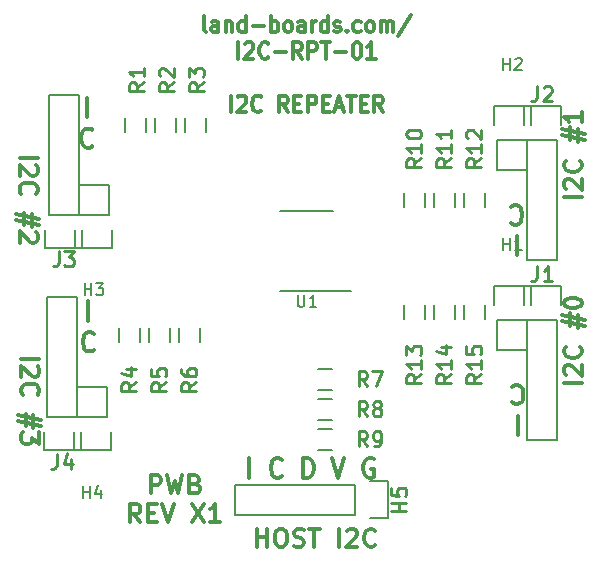
<source format=gto>
G04 #@! TF.FileFunction,Legend,Top*
%FSLAX46Y46*%
G04 Gerber Fmt 4.6, Leading zero omitted, Abs format (unit mm)*
G04 Created by KiCad (PCBNEW (after 2015-mar-04 BZR unknown)-product) date 7/30/2015 12:56:56 PM*
%MOMM*%
G01*
G04 APERTURE LIST*
%ADD10C,0.150000*%
%ADD11C,0.304800*%
%ADD12C,0.254000*%
G04 APERTURE END LIST*
D10*
D11*
X197866000Y-100865819D02*
X197866000Y-102516819D01*
X197394286Y-98406857D02*
X197466857Y-98328238D01*
X197684571Y-98249619D01*
X197829714Y-98249619D01*
X198047429Y-98328238D01*
X198192571Y-98485476D01*
X198265143Y-98642714D01*
X198337714Y-98957190D01*
X198337714Y-99193048D01*
X198265143Y-99507524D01*
X198192571Y-99664762D01*
X198047429Y-99822000D01*
X197829714Y-99900619D01*
X197684571Y-99900619D01*
X197466857Y-99822000D01*
X197394286Y-99743381D01*
X197967600Y-116080419D02*
X197967600Y-117731419D01*
X197495886Y-113621457D02*
X197568457Y-113542838D01*
X197786171Y-113464219D01*
X197931314Y-113464219D01*
X198149029Y-113542838D01*
X198294171Y-113700076D01*
X198366743Y-113857314D01*
X198439314Y-114171790D01*
X198439314Y-114407648D01*
X198366743Y-114722124D01*
X198294171Y-114879362D01*
X198149029Y-115036600D01*
X197931314Y-115115219D01*
X197786171Y-115115219D01*
X197568457Y-115036600D01*
X197495886Y-114957981D01*
X161594800Y-108023781D02*
X161594800Y-106372781D01*
X162066514Y-110482743D02*
X161993943Y-110561362D01*
X161776229Y-110639981D01*
X161631086Y-110639981D01*
X161413371Y-110561362D01*
X161268229Y-110404124D01*
X161195657Y-110246886D01*
X161123086Y-109932410D01*
X161123086Y-109696552D01*
X161195657Y-109382076D01*
X161268229Y-109224838D01*
X161413371Y-109067600D01*
X161631086Y-108988981D01*
X161776229Y-108988981D01*
X161993943Y-109067600D01*
X162066514Y-109146219D01*
X161467800Y-90802581D02*
X161467800Y-89151581D01*
X161939514Y-93261543D02*
X161866943Y-93340162D01*
X161649229Y-93418781D01*
X161504086Y-93418781D01*
X161286371Y-93340162D01*
X161141229Y-93182924D01*
X161068657Y-93025686D01*
X160996086Y-92711210D01*
X160996086Y-92475352D01*
X161068657Y-92160876D01*
X161141229Y-92003638D01*
X161286371Y-91846400D01*
X161504086Y-91767781D01*
X161649229Y-91767781D01*
X161866943Y-91846400D01*
X161939514Y-91925019D01*
X175230971Y-121320681D02*
X175230971Y-119669681D01*
X177988685Y-121163443D02*
X177916114Y-121242062D01*
X177698400Y-121320681D01*
X177553257Y-121320681D01*
X177335542Y-121242062D01*
X177190400Y-121084824D01*
X177117828Y-120927586D01*
X177045257Y-120613110D01*
X177045257Y-120377252D01*
X177117828Y-120062776D01*
X177190400Y-119905538D01*
X177335542Y-119748300D01*
X177553257Y-119669681D01*
X177698400Y-119669681D01*
X177916114Y-119748300D01*
X177988685Y-119826919D01*
X179802971Y-121320681D02*
X179802971Y-119669681D01*
X180165828Y-119669681D01*
X180383543Y-119748300D01*
X180528685Y-119905538D01*
X180601257Y-120062776D01*
X180673828Y-120377252D01*
X180673828Y-120613110D01*
X180601257Y-120927586D01*
X180528685Y-121084824D01*
X180383543Y-121242062D01*
X180165828Y-121320681D01*
X179802971Y-121320681D01*
X182270400Y-119669681D02*
X182778400Y-121320681D01*
X183286400Y-119669681D01*
X185753829Y-119748300D02*
X185608686Y-119669681D01*
X185390972Y-119669681D01*
X185173257Y-119748300D01*
X185028115Y-119905538D01*
X184955543Y-120062776D01*
X184882972Y-120377252D01*
X184882972Y-120613110D01*
X184955543Y-120927586D01*
X185028115Y-121084824D01*
X185173257Y-121242062D01*
X185390972Y-121320681D01*
X185536115Y-121320681D01*
X185753829Y-121242062D01*
X185826400Y-121163443D01*
X185826400Y-120613110D01*
X185536115Y-120613110D01*
X203381429Y-113284000D02*
X201857429Y-113284000D01*
X202002571Y-112630857D02*
X201930000Y-112558286D01*
X201857429Y-112413143D01*
X201857429Y-112050286D01*
X201930000Y-111905143D01*
X202002571Y-111832572D01*
X202147714Y-111760000D01*
X202292857Y-111760000D01*
X202510571Y-111832572D01*
X203381429Y-112703429D01*
X203381429Y-111760000D01*
X203236286Y-110236000D02*
X203308857Y-110308571D01*
X203381429Y-110526285D01*
X203381429Y-110671428D01*
X203308857Y-110889143D01*
X203163714Y-111034285D01*
X203018571Y-111106857D01*
X202728286Y-111179428D01*
X202510571Y-111179428D01*
X202220286Y-111106857D01*
X202075143Y-111034285D01*
X201930000Y-110889143D01*
X201857429Y-110671428D01*
X201857429Y-110526285D01*
X201930000Y-110308571D01*
X202002571Y-110236000D01*
X202365429Y-108494285D02*
X202365429Y-107405714D01*
X201712286Y-108058857D02*
X203671714Y-108494285D01*
X203018571Y-107550857D02*
X203018571Y-108639428D01*
X203671714Y-107986285D02*
X201712286Y-107550857D01*
X201857429Y-106607428D02*
X201857429Y-106462285D01*
X201930000Y-106317142D01*
X202002571Y-106244571D01*
X202147714Y-106172000D01*
X202438000Y-106099428D01*
X202800857Y-106099428D01*
X203091143Y-106172000D01*
X203236286Y-106244571D01*
X203308857Y-106317142D01*
X203381429Y-106462285D01*
X203381429Y-106607428D01*
X203308857Y-106752571D01*
X203236286Y-106825142D01*
X203091143Y-106897714D01*
X202800857Y-106970285D01*
X202438000Y-106970285D01*
X202147714Y-106897714D01*
X202002571Y-106825142D01*
X201930000Y-106752571D01*
X201857429Y-106607428D01*
X203381429Y-97536000D02*
X201857429Y-97536000D01*
X202002571Y-96882857D02*
X201930000Y-96810286D01*
X201857429Y-96665143D01*
X201857429Y-96302286D01*
X201930000Y-96157143D01*
X202002571Y-96084572D01*
X202147714Y-96012000D01*
X202292857Y-96012000D01*
X202510571Y-96084572D01*
X203381429Y-96955429D01*
X203381429Y-96012000D01*
X203236286Y-94488000D02*
X203308857Y-94560571D01*
X203381429Y-94778285D01*
X203381429Y-94923428D01*
X203308857Y-95141143D01*
X203163714Y-95286285D01*
X203018571Y-95358857D01*
X202728286Y-95431428D01*
X202510571Y-95431428D01*
X202220286Y-95358857D01*
X202075143Y-95286285D01*
X201930000Y-95141143D01*
X201857429Y-94923428D01*
X201857429Y-94778285D01*
X201930000Y-94560571D01*
X202002571Y-94488000D01*
X202365429Y-92746285D02*
X202365429Y-91657714D01*
X201712286Y-92310857D02*
X203671714Y-92746285D01*
X203018571Y-91802857D02*
X203018571Y-92891428D01*
X203671714Y-92238285D02*
X201712286Y-91802857D01*
X203381429Y-90351428D02*
X203381429Y-91222285D01*
X203381429Y-90786857D02*
X201857429Y-90786857D01*
X202075143Y-90932000D01*
X202220286Y-91077142D01*
X202292857Y-91222285D01*
X155774571Y-94234000D02*
X157298571Y-94234000D01*
X157153429Y-94887143D02*
X157226000Y-94959714D01*
X157298571Y-95104857D01*
X157298571Y-95467714D01*
X157226000Y-95612857D01*
X157153429Y-95685428D01*
X157008286Y-95758000D01*
X156863143Y-95758000D01*
X156645429Y-95685428D01*
X155774571Y-94814571D01*
X155774571Y-95758000D01*
X155919714Y-97282000D02*
X155847143Y-97209429D01*
X155774571Y-96991715D01*
X155774571Y-96846572D01*
X155847143Y-96628857D01*
X155992286Y-96483715D01*
X156137429Y-96411143D01*
X156427714Y-96338572D01*
X156645429Y-96338572D01*
X156935714Y-96411143D01*
X157080857Y-96483715D01*
X157226000Y-96628857D01*
X157298571Y-96846572D01*
X157298571Y-96991715D01*
X157226000Y-97209429D01*
X157153429Y-97282000D01*
X156790571Y-99023715D02*
X156790571Y-100112286D01*
X157443714Y-99459143D02*
X155484286Y-99023715D01*
X156137429Y-99967143D02*
X156137429Y-98878572D01*
X155484286Y-99531715D02*
X157443714Y-99967143D01*
X157153429Y-100547715D02*
X157226000Y-100620286D01*
X157298571Y-100765429D01*
X157298571Y-101128286D01*
X157226000Y-101273429D01*
X157153429Y-101346000D01*
X157008286Y-101418572D01*
X156863143Y-101418572D01*
X156645429Y-101346000D01*
X155774571Y-100475143D01*
X155774571Y-101418572D01*
X175876857Y-127181429D02*
X175876857Y-125657429D01*
X175876857Y-126383143D02*
X176747714Y-126383143D01*
X176747714Y-127181429D02*
X176747714Y-125657429D01*
X177763714Y-125657429D02*
X178054000Y-125657429D01*
X178199142Y-125730000D01*
X178344285Y-125875143D01*
X178416857Y-126165429D01*
X178416857Y-126673429D01*
X178344285Y-126963714D01*
X178199142Y-127108857D01*
X178054000Y-127181429D01*
X177763714Y-127181429D01*
X177618571Y-127108857D01*
X177473428Y-126963714D01*
X177400857Y-126673429D01*
X177400857Y-126165429D01*
X177473428Y-125875143D01*
X177618571Y-125730000D01*
X177763714Y-125657429D01*
X178997428Y-127108857D02*
X179215142Y-127181429D01*
X179577999Y-127181429D01*
X179723142Y-127108857D01*
X179795713Y-127036286D01*
X179868285Y-126891143D01*
X179868285Y-126746000D01*
X179795713Y-126600857D01*
X179723142Y-126528286D01*
X179577999Y-126455714D01*
X179287713Y-126383143D01*
X179142571Y-126310571D01*
X179069999Y-126238000D01*
X178997428Y-126092857D01*
X178997428Y-125947714D01*
X179069999Y-125802571D01*
X179142571Y-125730000D01*
X179287713Y-125657429D01*
X179650571Y-125657429D01*
X179868285Y-125730000D01*
X180303714Y-125657429D02*
X181174571Y-125657429D01*
X180739142Y-127181429D02*
X180739142Y-125657429D01*
X182843714Y-127181429D02*
X182843714Y-125657429D01*
X183496857Y-125802571D02*
X183569428Y-125730000D01*
X183714571Y-125657429D01*
X184077428Y-125657429D01*
X184222571Y-125730000D01*
X184295142Y-125802571D01*
X184367714Y-125947714D01*
X184367714Y-126092857D01*
X184295142Y-126310571D01*
X183424285Y-127181429D01*
X184367714Y-127181429D01*
X185891714Y-127036286D02*
X185819143Y-127108857D01*
X185601429Y-127181429D01*
X185456286Y-127181429D01*
X185238571Y-127108857D01*
X185093429Y-126963714D01*
X185020857Y-126818571D01*
X184948286Y-126528286D01*
X184948286Y-126310571D01*
X185020857Y-126020286D01*
X185093429Y-125875143D01*
X185238571Y-125730000D01*
X185456286Y-125657429D01*
X185601429Y-125657429D01*
X185819143Y-125730000D01*
X185891714Y-125802571D01*
X155926971Y-111252000D02*
X157450971Y-111252000D01*
X157305829Y-111905143D02*
X157378400Y-111977714D01*
X157450971Y-112122857D01*
X157450971Y-112485714D01*
X157378400Y-112630857D01*
X157305829Y-112703428D01*
X157160686Y-112776000D01*
X157015543Y-112776000D01*
X156797829Y-112703428D01*
X155926971Y-111832571D01*
X155926971Y-112776000D01*
X156072114Y-114300000D02*
X155999543Y-114227429D01*
X155926971Y-114009715D01*
X155926971Y-113864572D01*
X155999543Y-113646857D01*
X156144686Y-113501715D01*
X156289829Y-113429143D01*
X156580114Y-113356572D01*
X156797829Y-113356572D01*
X157088114Y-113429143D01*
X157233257Y-113501715D01*
X157378400Y-113646857D01*
X157450971Y-113864572D01*
X157450971Y-114009715D01*
X157378400Y-114227429D01*
X157305829Y-114300000D01*
X156942971Y-116041715D02*
X156942971Y-117130286D01*
X157596114Y-116477143D02*
X155636686Y-116041715D01*
X156289829Y-116985143D02*
X156289829Y-115896572D01*
X155636686Y-116549715D02*
X157596114Y-116985143D01*
X157450971Y-117493143D02*
X157450971Y-118436572D01*
X156870400Y-117928572D01*
X156870400Y-118146286D01*
X156797829Y-118291429D01*
X156725257Y-118364000D01*
X156580114Y-118436572D01*
X156217257Y-118436572D01*
X156072114Y-118364000D01*
X155999543Y-118291429D01*
X155926971Y-118146286D01*
X155926971Y-117710858D01*
X155999543Y-117565715D01*
X156072114Y-117493143D01*
X171589095Y-83601076D02*
X171468142Y-83534552D01*
X171407666Y-83401505D01*
X171407666Y-82204076D01*
X172617190Y-83601076D02*
X172617190Y-82869314D01*
X172556713Y-82736267D01*
X172435761Y-82669743D01*
X172193856Y-82669743D01*
X172072904Y-82736267D01*
X172617190Y-83534552D02*
X172496237Y-83601076D01*
X172193856Y-83601076D01*
X172072904Y-83534552D01*
X172012428Y-83401505D01*
X172012428Y-83268457D01*
X172072904Y-83135410D01*
X172193856Y-83068886D01*
X172496237Y-83068886D01*
X172617190Y-83002362D01*
X173221952Y-82669743D02*
X173221952Y-83601076D01*
X173221952Y-82802790D02*
X173282428Y-82736267D01*
X173403381Y-82669743D01*
X173584809Y-82669743D01*
X173705761Y-82736267D01*
X173766238Y-82869314D01*
X173766238Y-83601076D01*
X174915286Y-83601076D02*
X174915286Y-82204076D01*
X174915286Y-83534552D02*
X174794333Y-83601076D01*
X174552429Y-83601076D01*
X174431476Y-83534552D01*
X174371000Y-83468029D01*
X174310524Y-83334981D01*
X174310524Y-82935838D01*
X174371000Y-82802790D01*
X174431476Y-82736267D01*
X174552429Y-82669743D01*
X174794333Y-82669743D01*
X174915286Y-82736267D01*
X175520048Y-83068886D02*
X176487667Y-83068886D01*
X177092429Y-83601076D02*
X177092429Y-82204076D01*
X177092429Y-82736267D02*
X177213381Y-82669743D01*
X177455286Y-82669743D01*
X177576238Y-82736267D01*
X177636715Y-82802790D01*
X177697191Y-82935838D01*
X177697191Y-83334981D01*
X177636715Y-83468029D01*
X177576238Y-83534552D01*
X177455286Y-83601076D01*
X177213381Y-83601076D01*
X177092429Y-83534552D01*
X178422906Y-83601076D02*
X178301953Y-83534552D01*
X178241477Y-83468029D01*
X178181001Y-83334981D01*
X178181001Y-82935838D01*
X178241477Y-82802790D01*
X178301953Y-82736267D01*
X178422906Y-82669743D01*
X178604334Y-82669743D01*
X178725286Y-82736267D01*
X178785763Y-82802790D01*
X178846239Y-82935838D01*
X178846239Y-83334981D01*
X178785763Y-83468029D01*
X178725286Y-83534552D01*
X178604334Y-83601076D01*
X178422906Y-83601076D01*
X179934811Y-83601076D02*
X179934811Y-82869314D01*
X179874334Y-82736267D01*
X179753382Y-82669743D01*
X179511477Y-82669743D01*
X179390525Y-82736267D01*
X179934811Y-83534552D02*
X179813858Y-83601076D01*
X179511477Y-83601076D01*
X179390525Y-83534552D01*
X179330049Y-83401505D01*
X179330049Y-83268457D01*
X179390525Y-83135410D01*
X179511477Y-83068886D01*
X179813858Y-83068886D01*
X179934811Y-83002362D01*
X180539573Y-83601076D02*
X180539573Y-82669743D01*
X180539573Y-82935838D02*
X180600049Y-82802790D01*
X180660525Y-82736267D01*
X180781478Y-82669743D01*
X180902430Y-82669743D01*
X181870049Y-83601076D02*
X181870049Y-82204076D01*
X181870049Y-83534552D02*
X181749096Y-83601076D01*
X181507192Y-83601076D01*
X181386239Y-83534552D01*
X181325763Y-83468029D01*
X181265287Y-83334981D01*
X181265287Y-82935838D01*
X181325763Y-82802790D01*
X181386239Y-82736267D01*
X181507192Y-82669743D01*
X181749096Y-82669743D01*
X181870049Y-82736267D01*
X182414335Y-83534552D02*
X182535287Y-83601076D01*
X182777192Y-83601076D01*
X182898144Y-83534552D01*
X182958620Y-83401505D01*
X182958620Y-83334981D01*
X182898144Y-83201933D01*
X182777192Y-83135410D01*
X182595763Y-83135410D01*
X182474811Y-83068886D01*
X182414335Y-82935838D01*
X182414335Y-82869314D01*
X182474811Y-82736267D01*
X182595763Y-82669743D01*
X182777192Y-82669743D01*
X182898144Y-82736267D01*
X183502906Y-83468029D02*
X183563382Y-83534552D01*
X183502906Y-83601076D01*
X183442430Y-83534552D01*
X183502906Y-83468029D01*
X183502906Y-83601076D01*
X184651954Y-83534552D02*
X184531001Y-83601076D01*
X184289097Y-83601076D01*
X184168144Y-83534552D01*
X184107668Y-83468029D01*
X184047192Y-83334981D01*
X184047192Y-82935838D01*
X184107668Y-82802790D01*
X184168144Y-82736267D01*
X184289097Y-82669743D01*
X184531001Y-82669743D01*
X184651954Y-82736267D01*
X185377668Y-83601076D02*
X185256715Y-83534552D01*
X185196239Y-83468029D01*
X185135763Y-83334981D01*
X185135763Y-82935838D01*
X185196239Y-82802790D01*
X185256715Y-82736267D01*
X185377668Y-82669743D01*
X185559096Y-82669743D01*
X185680048Y-82736267D01*
X185740525Y-82802790D01*
X185801001Y-82935838D01*
X185801001Y-83334981D01*
X185740525Y-83468029D01*
X185680048Y-83534552D01*
X185559096Y-83601076D01*
X185377668Y-83601076D01*
X186345287Y-83601076D02*
X186345287Y-82669743D01*
X186345287Y-82802790D02*
X186405763Y-82736267D01*
X186526716Y-82669743D01*
X186708144Y-82669743D01*
X186829096Y-82736267D01*
X186889573Y-82869314D01*
X186889573Y-83601076D01*
X186889573Y-82869314D02*
X186950049Y-82736267D01*
X187071001Y-82669743D01*
X187252430Y-82669743D01*
X187373382Y-82736267D01*
X187433858Y-82869314D01*
X187433858Y-83601076D01*
X188945763Y-82137552D02*
X187857191Y-83933695D01*
X174310524Y-85861676D02*
X174310524Y-84464676D01*
X174854810Y-84597724D02*
X174915286Y-84531200D01*
X175036238Y-84464676D01*
X175338619Y-84464676D01*
X175459572Y-84531200D01*
X175520048Y-84597724D01*
X175580524Y-84730771D01*
X175580524Y-84863819D01*
X175520048Y-85063390D01*
X174794334Y-85861676D01*
X175580524Y-85861676D01*
X176850524Y-85728629D02*
X176790048Y-85795152D01*
X176608619Y-85861676D01*
X176487667Y-85861676D01*
X176306239Y-85795152D01*
X176185286Y-85662105D01*
X176124810Y-85529057D01*
X176064334Y-85262962D01*
X176064334Y-85063390D01*
X176124810Y-84797295D01*
X176185286Y-84664248D01*
X176306239Y-84531200D01*
X176487667Y-84464676D01*
X176608619Y-84464676D01*
X176790048Y-84531200D01*
X176850524Y-84597724D01*
X177394810Y-85329486D02*
X178362429Y-85329486D01*
X179692905Y-85861676D02*
X179269572Y-85196438D01*
X178967191Y-85861676D02*
X178967191Y-84464676D01*
X179451000Y-84464676D01*
X179571953Y-84531200D01*
X179632429Y-84597724D01*
X179692905Y-84730771D01*
X179692905Y-84930343D01*
X179632429Y-85063390D01*
X179571953Y-85129914D01*
X179451000Y-85196438D01*
X178967191Y-85196438D01*
X180237191Y-85861676D02*
X180237191Y-84464676D01*
X180721000Y-84464676D01*
X180841953Y-84531200D01*
X180902429Y-84597724D01*
X180962905Y-84730771D01*
X180962905Y-84930343D01*
X180902429Y-85063390D01*
X180841953Y-85129914D01*
X180721000Y-85196438D01*
X180237191Y-85196438D01*
X181325762Y-84464676D02*
X182051477Y-84464676D01*
X181688620Y-85861676D02*
X181688620Y-84464676D01*
X182474810Y-85329486D02*
X183442429Y-85329486D01*
X184289096Y-84464676D02*
X184410048Y-84464676D01*
X184531000Y-84531200D01*
X184591477Y-84597724D01*
X184651953Y-84730771D01*
X184712429Y-84996867D01*
X184712429Y-85329486D01*
X184651953Y-85595581D01*
X184591477Y-85728629D01*
X184531000Y-85795152D01*
X184410048Y-85861676D01*
X184289096Y-85861676D01*
X184168143Y-85795152D01*
X184107667Y-85728629D01*
X184047191Y-85595581D01*
X183986715Y-85329486D01*
X183986715Y-84996867D01*
X184047191Y-84730771D01*
X184107667Y-84597724D01*
X184168143Y-84531200D01*
X184289096Y-84464676D01*
X185921953Y-85861676D02*
X185196239Y-85861676D01*
X185559096Y-85861676D02*
X185559096Y-84464676D01*
X185438144Y-84664248D01*
X185317191Y-84797295D01*
X185196239Y-84863819D01*
X173705762Y-90382876D02*
X173705762Y-88985876D01*
X174250048Y-89118924D02*
X174310524Y-89052400D01*
X174431476Y-88985876D01*
X174733857Y-88985876D01*
X174854810Y-89052400D01*
X174915286Y-89118924D01*
X174975762Y-89251971D01*
X174975762Y-89385019D01*
X174915286Y-89584590D01*
X174189572Y-90382876D01*
X174975762Y-90382876D01*
X176245762Y-90249829D02*
X176185286Y-90316352D01*
X176003857Y-90382876D01*
X175882905Y-90382876D01*
X175701477Y-90316352D01*
X175580524Y-90183305D01*
X175520048Y-90050257D01*
X175459572Y-89784162D01*
X175459572Y-89584590D01*
X175520048Y-89318495D01*
X175580524Y-89185448D01*
X175701477Y-89052400D01*
X175882905Y-88985876D01*
X176003857Y-88985876D01*
X176185286Y-89052400D01*
X176245762Y-89118924D01*
X178483381Y-90382876D02*
X178060048Y-89717638D01*
X177757667Y-90382876D02*
X177757667Y-88985876D01*
X178241476Y-88985876D01*
X178362429Y-89052400D01*
X178422905Y-89118924D01*
X178483381Y-89251971D01*
X178483381Y-89451543D01*
X178422905Y-89584590D01*
X178362429Y-89651114D01*
X178241476Y-89717638D01*
X177757667Y-89717638D01*
X179027667Y-89651114D02*
X179451000Y-89651114D01*
X179632429Y-90382876D02*
X179027667Y-90382876D01*
X179027667Y-88985876D01*
X179632429Y-88985876D01*
X180176715Y-90382876D02*
X180176715Y-88985876D01*
X180660524Y-88985876D01*
X180781477Y-89052400D01*
X180841953Y-89118924D01*
X180902429Y-89251971D01*
X180902429Y-89451543D01*
X180841953Y-89584590D01*
X180781477Y-89651114D01*
X180660524Y-89717638D01*
X180176715Y-89717638D01*
X181446715Y-89651114D02*
X181870048Y-89651114D01*
X182051477Y-90382876D02*
X181446715Y-90382876D01*
X181446715Y-88985876D01*
X182051477Y-88985876D01*
X182535287Y-89983733D02*
X183140049Y-89983733D01*
X182414334Y-90382876D02*
X182837668Y-88985876D01*
X183261001Y-90382876D01*
X183502905Y-88985876D02*
X184228620Y-88985876D01*
X183865763Y-90382876D02*
X183865763Y-88985876D01*
X184651953Y-89651114D02*
X185075286Y-89651114D01*
X185256715Y-90382876D02*
X184651953Y-90382876D01*
X184651953Y-88985876D01*
X185256715Y-88985876D01*
X186526715Y-90382876D02*
X186103382Y-89717638D01*
X185801001Y-90382876D02*
X185801001Y-88985876D01*
X186284810Y-88985876D01*
X186405763Y-89052400D01*
X186466239Y-89118924D01*
X186526715Y-89251971D01*
X186526715Y-89451543D01*
X186466239Y-89584590D01*
X186405763Y-89651114D01*
X186284810Y-89717638D01*
X185801001Y-89717638D01*
X166878000Y-122660229D02*
X166878000Y-121136229D01*
X167458572Y-121136229D01*
X167603714Y-121208800D01*
X167676286Y-121281371D01*
X167748857Y-121426514D01*
X167748857Y-121644229D01*
X167676286Y-121789371D01*
X167603714Y-121861943D01*
X167458572Y-121934514D01*
X166878000Y-121934514D01*
X168256857Y-121136229D02*
X168619714Y-122660229D01*
X168910000Y-121571657D01*
X169200286Y-122660229D01*
X169563143Y-121136229D01*
X170651714Y-121861943D02*
X170869428Y-121934514D01*
X170942000Y-122007086D01*
X171014571Y-122152229D01*
X171014571Y-122369943D01*
X170942000Y-122515086D01*
X170869428Y-122587657D01*
X170724286Y-122660229D01*
X170143714Y-122660229D01*
X170143714Y-121136229D01*
X170651714Y-121136229D01*
X170796857Y-121208800D01*
X170869428Y-121281371D01*
X170942000Y-121426514D01*
X170942000Y-121571657D01*
X170869428Y-121716800D01*
X170796857Y-121789371D01*
X170651714Y-121861943D01*
X170143714Y-121861943D01*
X166007142Y-125098629D02*
X165499142Y-124372914D01*
X165136285Y-125098629D02*
X165136285Y-123574629D01*
X165716857Y-123574629D01*
X165861999Y-123647200D01*
X165934571Y-123719771D01*
X166007142Y-123864914D01*
X166007142Y-124082629D01*
X165934571Y-124227771D01*
X165861999Y-124300343D01*
X165716857Y-124372914D01*
X165136285Y-124372914D01*
X166660285Y-124300343D02*
X167168285Y-124300343D01*
X167385999Y-125098629D02*
X166660285Y-125098629D01*
X166660285Y-123574629D01*
X167385999Y-123574629D01*
X167821428Y-123574629D02*
X168329428Y-125098629D01*
X168837428Y-123574629D01*
X170361428Y-123574629D02*
X171377428Y-125098629D01*
X171377428Y-123574629D02*
X170361428Y-125098629D01*
X172756286Y-125098629D02*
X171885429Y-125098629D01*
X172320857Y-125098629D02*
X172320857Y-123574629D01*
X172175714Y-123792343D01*
X172030572Y-123937486D01*
X171885429Y-124010057D01*
D10*
X181010000Y-112155000D02*
X182210000Y-112155000D01*
X182210000Y-113905000D02*
X181010000Y-113905000D01*
X181010000Y-114695000D02*
X182210000Y-114695000D01*
X182210000Y-116445000D02*
X181010000Y-116445000D01*
X181010000Y-117235000D02*
X182210000Y-117235000D01*
X182210000Y-118985000D02*
X181010000Y-118985000D01*
X188355000Y-107915000D02*
X188355000Y-106715000D01*
X190105000Y-106715000D02*
X190105000Y-107915000D01*
X193435000Y-98390000D02*
X193435000Y-97190000D01*
X195185000Y-97190000D02*
X195185000Y-98390000D01*
X169813000Y-92040000D02*
X169813000Y-90840000D01*
X171563000Y-90840000D02*
X171563000Y-92040000D01*
X165975000Y-108620000D02*
X165975000Y-109820000D01*
X164225000Y-109820000D02*
X164225000Y-108620000D01*
X190895000Y-107915000D02*
X190895000Y-106715000D01*
X192645000Y-106715000D02*
X192645000Y-107915000D01*
X190895000Y-98390000D02*
X190895000Y-97190000D01*
X192645000Y-97190000D02*
X192645000Y-98390000D01*
X167273000Y-92040000D02*
X167273000Y-90840000D01*
X169023000Y-90840000D02*
X169023000Y-92040000D01*
X168515000Y-108620000D02*
X168515000Y-109820000D01*
X166765000Y-109820000D02*
X166765000Y-108620000D01*
X193435000Y-107915000D02*
X193435000Y-106715000D01*
X195185000Y-106715000D02*
X195185000Y-107915000D01*
X198475000Y-106680000D02*
X198475000Y-105130000D01*
X198475000Y-105130000D02*
X201575000Y-105130000D01*
X201575000Y-105130000D02*
X201575000Y-106680000D01*
X201295000Y-107950000D02*
X201295000Y-118110000D01*
X201295000Y-118110000D02*
X198755000Y-118110000D01*
X198755000Y-118110000D02*
X198755000Y-107950000D01*
X201295000Y-107950000D02*
X198755000Y-107950000D01*
X198475000Y-91440000D02*
X198475000Y-89890000D01*
X198475000Y-89890000D02*
X201575000Y-89890000D01*
X201575000Y-89890000D02*
X201575000Y-91440000D01*
X201295000Y-92710000D02*
X201295000Y-102870000D01*
X201295000Y-102870000D02*
X198755000Y-102870000D01*
X198755000Y-102870000D02*
X198755000Y-92710000D01*
X201295000Y-92710000D02*
X198755000Y-92710000D01*
X161062000Y-100330000D02*
X161062000Y-101880000D01*
X161062000Y-101880000D02*
X157962000Y-101880000D01*
X157962000Y-101880000D02*
X157962000Y-100330000D01*
X158242000Y-99060000D02*
X158242000Y-88900000D01*
X158242000Y-88900000D02*
X160782000Y-88900000D01*
X160782000Y-88900000D02*
X160782000Y-99060000D01*
X158242000Y-99060000D02*
X160782000Y-99060000D01*
X160935000Y-117475000D02*
X160935000Y-119025000D01*
X160935000Y-119025000D02*
X157835000Y-119025000D01*
X157835000Y-119025000D02*
X157835000Y-117475000D01*
X158115000Y-116205000D02*
X158115000Y-106045000D01*
X158115000Y-106045000D02*
X160655000Y-106045000D01*
X160655000Y-106045000D02*
X160655000Y-116205000D01*
X158115000Y-116205000D02*
X160655000Y-116205000D01*
X188355000Y-98390000D02*
X188355000Y-97190000D01*
X190105000Y-97190000D02*
X190105000Y-98390000D01*
X164733000Y-92040000D02*
X164733000Y-90840000D01*
X166483000Y-90840000D02*
X166483000Y-92040000D01*
X171055000Y-108620000D02*
X171055000Y-109820000D01*
X169305000Y-109820000D02*
X169305000Y-108620000D01*
X185420000Y-121640000D02*
X186970000Y-121640000D01*
X186970000Y-121640000D02*
X186970000Y-124740000D01*
X186970000Y-124740000D02*
X185420000Y-124740000D01*
X184150000Y-124460000D02*
X173990000Y-124460000D01*
X173990000Y-124460000D02*
X173990000Y-121920000D01*
X173990000Y-121920000D02*
X184150000Y-121920000D01*
X184150000Y-124460000D02*
X184150000Y-121920000D01*
X182311000Y-98733000D02*
X177861000Y-98733000D01*
X183836000Y-105483000D02*
X177861000Y-105483000D01*
X198755000Y-107950000D02*
X198755000Y-110490000D01*
X199035000Y-105130000D02*
X199035000Y-106680000D01*
X198755000Y-107950000D02*
X196215000Y-107950000D01*
X195935000Y-106680000D02*
X195935000Y-105130000D01*
X195935000Y-105130000D02*
X199035000Y-105130000D01*
X196215000Y-107950000D02*
X196215000Y-110490000D01*
X196215000Y-110490000D02*
X198755000Y-110490000D01*
X198755000Y-92710000D02*
X198755000Y-95250000D01*
X199035000Y-89890000D02*
X199035000Y-91440000D01*
X198755000Y-92710000D02*
X196215000Y-92710000D01*
X195935000Y-91440000D02*
X195935000Y-89890000D01*
X195935000Y-89890000D02*
X199035000Y-89890000D01*
X196215000Y-92710000D02*
X196215000Y-95250000D01*
X196215000Y-95250000D02*
X198755000Y-95250000D01*
X160782000Y-99060000D02*
X160782000Y-96520000D01*
X160502000Y-101880000D02*
X160502000Y-100330000D01*
X160782000Y-99060000D02*
X163322000Y-99060000D01*
X163602000Y-100330000D02*
X163602000Y-101880000D01*
X163602000Y-101880000D02*
X160502000Y-101880000D01*
X163322000Y-99060000D02*
X163322000Y-96520000D01*
X163322000Y-96520000D02*
X160782000Y-96520000D01*
X160655000Y-116205000D02*
X160655000Y-113665000D01*
X160375000Y-119025000D02*
X160375000Y-117475000D01*
X160655000Y-116205000D02*
X163195000Y-116205000D01*
X163475000Y-117475000D02*
X163475000Y-119025000D01*
X163475000Y-119025000D02*
X160375000Y-119025000D01*
X163195000Y-116205000D02*
X163195000Y-113665000D01*
X163195000Y-113665000D02*
X160655000Y-113665000D01*
D12*
X185208333Y-113604524D02*
X184785000Y-112999762D01*
X184482619Y-113604524D02*
X184482619Y-112334524D01*
X184966428Y-112334524D01*
X185087381Y-112395000D01*
X185147857Y-112455476D01*
X185208333Y-112576429D01*
X185208333Y-112757857D01*
X185147857Y-112878810D01*
X185087381Y-112939286D01*
X184966428Y-112999762D01*
X184482619Y-112999762D01*
X185631667Y-112334524D02*
X186478333Y-112334524D01*
X185934048Y-113604524D01*
X185208333Y-116144524D02*
X184785000Y-115539762D01*
X184482619Y-116144524D02*
X184482619Y-114874524D01*
X184966428Y-114874524D01*
X185087381Y-114935000D01*
X185147857Y-114995476D01*
X185208333Y-115116429D01*
X185208333Y-115297857D01*
X185147857Y-115418810D01*
X185087381Y-115479286D01*
X184966428Y-115539762D01*
X184482619Y-115539762D01*
X185934048Y-115418810D02*
X185813095Y-115358333D01*
X185752619Y-115297857D01*
X185692143Y-115176905D01*
X185692143Y-115116429D01*
X185752619Y-114995476D01*
X185813095Y-114935000D01*
X185934048Y-114874524D01*
X186175952Y-114874524D01*
X186296905Y-114935000D01*
X186357381Y-114995476D01*
X186417857Y-115116429D01*
X186417857Y-115176905D01*
X186357381Y-115297857D01*
X186296905Y-115358333D01*
X186175952Y-115418810D01*
X185934048Y-115418810D01*
X185813095Y-115479286D01*
X185752619Y-115539762D01*
X185692143Y-115660714D01*
X185692143Y-115902619D01*
X185752619Y-116023571D01*
X185813095Y-116084048D01*
X185934048Y-116144524D01*
X186175952Y-116144524D01*
X186296905Y-116084048D01*
X186357381Y-116023571D01*
X186417857Y-115902619D01*
X186417857Y-115660714D01*
X186357381Y-115539762D01*
X186296905Y-115479286D01*
X186175952Y-115418810D01*
X185208333Y-118684524D02*
X184785000Y-118079762D01*
X184482619Y-118684524D02*
X184482619Y-117414524D01*
X184966428Y-117414524D01*
X185087381Y-117475000D01*
X185147857Y-117535476D01*
X185208333Y-117656429D01*
X185208333Y-117837857D01*
X185147857Y-117958810D01*
X185087381Y-118019286D01*
X184966428Y-118079762D01*
X184482619Y-118079762D01*
X185813095Y-118684524D02*
X186055000Y-118684524D01*
X186175952Y-118624048D01*
X186236428Y-118563571D01*
X186357381Y-118382143D01*
X186417857Y-118140238D01*
X186417857Y-117656429D01*
X186357381Y-117535476D01*
X186296905Y-117475000D01*
X186175952Y-117414524D01*
X185934048Y-117414524D01*
X185813095Y-117475000D01*
X185752619Y-117535476D01*
X185692143Y-117656429D01*
X185692143Y-117958810D01*
X185752619Y-118079762D01*
X185813095Y-118140238D01*
X185934048Y-118200714D01*
X186175952Y-118200714D01*
X186296905Y-118140238D01*
X186357381Y-118079762D01*
X186417857Y-117958810D01*
X189804524Y-112576429D02*
X189199762Y-112999762D01*
X189804524Y-113302143D02*
X188534524Y-113302143D01*
X188534524Y-112818334D01*
X188595000Y-112697381D01*
X188655476Y-112636905D01*
X188776429Y-112576429D01*
X188957857Y-112576429D01*
X189078810Y-112636905D01*
X189139286Y-112697381D01*
X189199762Y-112818334D01*
X189199762Y-113302143D01*
X189804524Y-111366905D02*
X189804524Y-112092619D01*
X189804524Y-111729762D02*
X188534524Y-111729762D01*
X188715952Y-111850714D01*
X188836905Y-111971667D01*
X188897381Y-112092619D01*
X188534524Y-110943571D02*
X188534524Y-110157381D01*
X189018333Y-110580714D01*
X189018333Y-110399286D01*
X189078810Y-110278333D01*
X189139286Y-110217857D01*
X189260238Y-110157381D01*
X189562619Y-110157381D01*
X189683571Y-110217857D01*
X189744048Y-110278333D01*
X189804524Y-110399286D01*
X189804524Y-110762143D01*
X189744048Y-110883095D01*
X189683571Y-110943571D01*
X194884524Y-94288429D02*
X194279762Y-94711762D01*
X194884524Y-95014143D02*
X193614524Y-95014143D01*
X193614524Y-94530334D01*
X193675000Y-94409381D01*
X193735476Y-94348905D01*
X193856429Y-94288429D01*
X194037857Y-94288429D01*
X194158810Y-94348905D01*
X194219286Y-94409381D01*
X194279762Y-94530334D01*
X194279762Y-95014143D01*
X194884524Y-93078905D02*
X194884524Y-93804619D01*
X194884524Y-93441762D02*
X193614524Y-93441762D01*
X193795952Y-93562714D01*
X193916905Y-93683667D01*
X193977381Y-93804619D01*
X193735476Y-92595095D02*
X193675000Y-92534619D01*
X193614524Y-92413667D01*
X193614524Y-92111286D01*
X193675000Y-91990333D01*
X193735476Y-91929857D01*
X193856429Y-91869381D01*
X193977381Y-91869381D01*
X194158810Y-91929857D01*
X194884524Y-92655571D01*
X194884524Y-91869381D01*
X171389524Y-87841667D02*
X170784762Y-88265000D01*
X171389524Y-88567381D02*
X170119524Y-88567381D01*
X170119524Y-88083572D01*
X170180000Y-87962619D01*
X170240476Y-87902143D01*
X170361429Y-87841667D01*
X170542857Y-87841667D01*
X170663810Y-87902143D01*
X170724286Y-87962619D01*
X170784762Y-88083572D01*
X170784762Y-88567381D01*
X170119524Y-87418333D02*
X170119524Y-86632143D01*
X170603333Y-87055476D01*
X170603333Y-86874048D01*
X170663810Y-86753095D01*
X170724286Y-86692619D01*
X170845238Y-86632143D01*
X171147619Y-86632143D01*
X171268571Y-86692619D01*
X171329048Y-86753095D01*
X171389524Y-86874048D01*
X171389524Y-87236905D01*
X171329048Y-87357857D01*
X171268571Y-87418333D01*
X165674524Y-113241667D02*
X165069762Y-113665000D01*
X165674524Y-113967381D02*
X164404524Y-113967381D01*
X164404524Y-113483572D01*
X164465000Y-113362619D01*
X164525476Y-113302143D01*
X164646429Y-113241667D01*
X164827857Y-113241667D01*
X164948810Y-113302143D01*
X165009286Y-113362619D01*
X165069762Y-113483572D01*
X165069762Y-113967381D01*
X164827857Y-112153095D02*
X165674524Y-112153095D01*
X164344048Y-112455476D02*
X165251190Y-112757857D01*
X165251190Y-111971667D01*
X192344524Y-112576429D02*
X191739762Y-112999762D01*
X192344524Y-113302143D02*
X191074524Y-113302143D01*
X191074524Y-112818334D01*
X191135000Y-112697381D01*
X191195476Y-112636905D01*
X191316429Y-112576429D01*
X191497857Y-112576429D01*
X191618810Y-112636905D01*
X191679286Y-112697381D01*
X191739762Y-112818334D01*
X191739762Y-113302143D01*
X192344524Y-111366905D02*
X192344524Y-112092619D01*
X192344524Y-111729762D02*
X191074524Y-111729762D01*
X191255952Y-111850714D01*
X191376905Y-111971667D01*
X191437381Y-112092619D01*
X191497857Y-110278333D02*
X192344524Y-110278333D01*
X191014048Y-110580714D02*
X191921190Y-110883095D01*
X191921190Y-110096905D01*
X192344524Y-94288429D02*
X191739762Y-94711762D01*
X192344524Y-95014143D02*
X191074524Y-95014143D01*
X191074524Y-94530334D01*
X191135000Y-94409381D01*
X191195476Y-94348905D01*
X191316429Y-94288429D01*
X191497857Y-94288429D01*
X191618810Y-94348905D01*
X191679286Y-94409381D01*
X191739762Y-94530334D01*
X191739762Y-95014143D01*
X192344524Y-93078905D02*
X192344524Y-93804619D01*
X192344524Y-93441762D02*
X191074524Y-93441762D01*
X191255952Y-93562714D01*
X191376905Y-93683667D01*
X191437381Y-93804619D01*
X192344524Y-91869381D02*
X192344524Y-92595095D01*
X192344524Y-92232238D02*
X191074524Y-92232238D01*
X191255952Y-92353190D01*
X191376905Y-92474143D01*
X191437381Y-92595095D01*
X168849524Y-87841667D02*
X168244762Y-88265000D01*
X168849524Y-88567381D02*
X167579524Y-88567381D01*
X167579524Y-88083572D01*
X167640000Y-87962619D01*
X167700476Y-87902143D01*
X167821429Y-87841667D01*
X168002857Y-87841667D01*
X168123810Y-87902143D01*
X168184286Y-87962619D01*
X168244762Y-88083572D01*
X168244762Y-88567381D01*
X167700476Y-87357857D02*
X167640000Y-87297381D01*
X167579524Y-87176429D01*
X167579524Y-86874048D01*
X167640000Y-86753095D01*
X167700476Y-86692619D01*
X167821429Y-86632143D01*
X167942381Y-86632143D01*
X168123810Y-86692619D01*
X168849524Y-87418333D01*
X168849524Y-86632143D01*
X168214524Y-113241667D02*
X167609762Y-113665000D01*
X168214524Y-113967381D02*
X166944524Y-113967381D01*
X166944524Y-113483572D01*
X167005000Y-113362619D01*
X167065476Y-113302143D01*
X167186429Y-113241667D01*
X167367857Y-113241667D01*
X167488810Y-113302143D01*
X167549286Y-113362619D01*
X167609762Y-113483572D01*
X167609762Y-113967381D01*
X166944524Y-112092619D02*
X166944524Y-112697381D01*
X167549286Y-112757857D01*
X167488810Y-112697381D01*
X167428333Y-112576429D01*
X167428333Y-112274048D01*
X167488810Y-112153095D01*
X167549286Y-112092619D01*
X167670238Y-112032143D01*
X167972619Y-112032143D01*
X168093571Y-112092619D01*
X168154048Y-112153095D01*
X168214524Y-112274048D01*
X168214524Y-112576429D01*
X168154048Y-112697381D01*
X168093571Y-112757857D01*
X194884524Y-112576429D02*
X194279762Y-112999762D01*
X194884524Y-113302143D02*
X193614524Y-113302143D01*
X193614524Y-112818334D01*
X193675000Y-112697381D01*
X193735476Y-112636905D01*
X193856429Y-112576429D01*
X194037857Y-112576429D01*
X194158810Y-112636905D01*
X194219286Y-112697381D01*
X194279762Y-112818334D01*
X194279762Y-113302143D01*
X194884524Y-111366905D02*
X194884524Y-112092619D01*
X194884524Y-111729762D02*
X193614524Y-111729762D01*
X193795952Y-111850714D01*
X193916905Y-111971667D01*
X193977381Y-112092619D01*
X193614524Y-110217857D02*
X193614524Y-110822619D01*
X194219286Y-110883095D01*
X194158810Y-110822619D01*
X194098333Y-110701667D01*
X194098333Y-110399286D01*
X194158810Y-110278333D01*
X194219286Y-110217857D01*
X194340238Y-110157381D01*
X194642619Y-110157381D01*
X194763571Y-110217857D01*
X194824048Y-110278333D01*
X194884524Y-110399286D01*
X194884524Y-110701667D01*
X194824048Y-110822619D01*
X194763571Y-110883095D01*
X199601667Y-103444524D02*
X199601667Y-104351667D01*
X199541191Y-104533095D01*
X199420239Y-104654048D01*
X199238810Y-104714524D01*
X199117858Y-104714524D01*
X200871667Y-104714524D02*
X200145953Y-104714524D01*
X200508810Y-104714524D02*
X200508810Y-103444524D01*
X200387858Y-103625952D01*
X200266905Y-103746905D01*
X200145953Y-103807381D01*
X199601667Y-88204524D02*
X199601667Y-89111667D01*
X199541191Y-89293095D01*
X199420239Y-89414048D01*
X199238810Y-89474524D01*
X199117858Y-89474524D01*
X200145953Y-88325476D02*
X200206429Y-88265000D01*
X200327381Y-88204524D01*
X200629762Y-88204524D01*
X200750715Y-88265000D01*
X200811191Y-88325476D01*
X200871667Y-88446429D01*
X200871667Y-88567381D01*
X200811191Y-88748810D01*
X200085477Y-89474524D01*
X200871667Y-89474524D01*
X159088667Y-102174524D02*
X159088667Y-103081667D01*
X159028191Y-103263095D01*
X158907239Y-103384048D01*
X158725810Y-103444524D01*
X158604858Y-103444524D01*
X159572477Y-102174524D02*
X160358667Y-102174524D01*
X159935334Y-102658333D01*
X160116762Y-102658333D01*
X160237715Y-102718810D01*
X160298191Y-102779286D01*
X160358667Y-102900238D01*
X160358667Y-103202619D01*
X160298191Y-103323571D01*
X160237715Y-103384048D01*
X160116762Y-103444524D01*
X159753905Y-103444524D01*
X159632953Y-103384048D01*
X159572477Y-103323571D01*
X158961667Y-119319524D02*
X158961667Y-120226667D01*
X158901191Y-120408095D01*
X158780239Y-120529048D01*
X158598810Y-120589524D01*
X158477858Y-120589524D01*
X160110715Y-119742857D02*
X160110715Y-120589524D01*
X159808334Y-119259048D02*
X159505953Y-120166190D01*
X160292143Y-120166190D01*
X189804524Y-94288429D02*
X189199762Y-94711762D01*
X189804524Y-95014143D02*
X188534524Y-95014143D01*
X188534524Y-94530334D01*
X188595000Y-94409381D01*
X188655476Y-94348905D01*
X188776429Y-94288429D01*
X188957857Y-94288429D01*
X189078810Y-94348905D01*
X189139286Y-94409381D01*
X189199762Y-94530334D01*
X189199762Y-95014143D01*
X189804524Y-93078905D02*
X189804524Y-93804619D01*
X189804524Y-93441762D02*
X188534524Y-93441762D01*
X188715952Y-93562714D01*
X188836905Y-93683667D01*
X188897381Y-93804619D01*
X188534524Y-92292714D02*
X188534524Y-92171762D01*
X188595000Y-92050810D01*
X188655476Y-91990333D01*
X188776429Y-91929857D01*
X189018333Y-91869381D01*
X189320714Y-91869381D01*
X189562619Y-91929857D01*
X189683571Y-91990333D01*
X189744048Y-92050810D01*
X189804524Y-92171762D01*
X189804524Y-92292714D01*
X189744048Y-92413667D01*
X189683571Y-92474143D01*
X189562619Y-92534619D01*
X189320714Y-92595095D01*
X189018333Y-92595095D01*
X188776429Y-92534619D01*
X188655476Y-92474143D01*
X188595000Y-92413667D01*
X188534524Y-92292714D01*
X166309524Y-87841667D02*
X165704762Y-88265000D01*
X166309524Y-88567381D02*
X165039524Y-88567381D01*
X165039524Y-88083572D01*
X165100000Y-87962619D01*
X165160476Y-87902143D01*
X165281429Y-87841667D01*
X165462857Y-87841667D01*
X165583810Y-87902143D01*
X165644286Y-87962619D01*
X165704762Y-88083572D01*
X165704762Y-88567381D01*
X166309524Y-86632143D02*
X166309524Y-87357857D01*
X166309524Y-86995000D02*
X165039524Y-86995000D01*
X165220952Y-87115952D01*
X165341905Y-87236905D01*
X165402381Y-87357857D01*
X170754524Y-113241667D02*
X170149762Y-113665000D01*
X170754524Y-113967381D02*
X169484524Y-113967381D01*
X169484524Y-113483572D01*
X169545000Y-113362619D01*
X169605476Y-113302143D01*
X169726429Y-113241667D01*
X169907857Y-113241667D01*
X170028810Y-113302143D01*
X170089286Y-113362619D01*
X170149762Y-113483572D01*
X170149762Y-113967381D01*
X169484524Y-112153095D02*
X169484524Y-112395000D01*
X169545000Y-112515952D01*
X169605476Y-112576429D01*
X169786905Y-112697381D01*
X170028810Y-112757857D01*
X170512619Y-112757857D01*
X170633571Y-112697381D01*
X170694048Y-112636905D01*
X170754524Y-112515952D01*
X170754524Y-112274048D01*
X170694048Y-112153095D01*
X170633571Y-112092619D01*
X170512619Y-112032143D01*
X170210238Y-112032143D01*
X170089286Y-112092619D01*
X170028810Y-112153095D01*
X169968333Y-112274048D01*
X169968333Y-112515952D01*
X170028810Y-112636905D01*
X170089286Y-112697381D01*
X170210238Y-112757857D01*
X188534524Y-124157619D02*
X187264524Y-124157619D01*
X187869286Y-124157619D02*
X187869286Y-123431905D01*
X188534524Y-123431905D02*
X187264524Y-123431905D01*
X187264524Y-122222381D02*
X187264524Y-122827143D01*
X187869286Y-122887619D01*
X187808810Y-122827143D01*
X187748333Y-122706191D01*
X187748333Y-122403810D01*
X187808810Y-122282857D01*
X187869286Y-122222381D01*
X187990238Y-122161905D01*
X188292619Y-122161905D01*
X188413571Y-122222381D01*
X188474048Y-122282857D01*
X188534524Y-122403810D01*
X188534524Y-122706191D01*
X188474048Y-122827143D01*
X188413571Y-122887619D01*
D10*
X179324095Y-105860381D02*
X179324095Y-106669905D01*
X179371714Y-106765143D01*
X179419333Y-106812762D01*
X179514571Y-106860381D01*
X179705048Y-106860381D01*
X179800286Y-106812762D01*
X179847905Y-106765143D01*
X179895524Y-106669905D01*
X179895524Y-105860381D01*
X180895524Y-106860381D02*
X180324095Y-106860381D01*
X180609809Y-106860381D02*
X180609809Y-105860381D01*
X180514571Y-106003238D01*
X180419333Y-106098476D01*
X180324095Y-106146095D01*
X196723095Y-102032381D02*
X196723095Y-101032381D01*
X196723095Y-101508571D02*
X197294524Y-101508571D01*
X197294524Y-102032381D02*
X197294524Y-101032381D01*
X198294524Y-102032381D02*
X197723095Y-102032381D01*
X198008809Y-102032381D02*
X198008809Y-101032381D01*
X197913571Y-101175238D01*
X197818333Y-101270476D01*
X197723095Y-101318095D01*
X196723095Y-86792381D02*
X196723095Y-85792381D01*
X196723095Y-86268571D02*
X197294524Y-86268571D01*
X197294524Y-86792381D02*
X197294524Y-85792381D01*
X197723095Y-85887619D02*
X197770714Y-85840000D01*
X197865952Y-85792381D01*
X198104048Y-85792381D01*
X198199286Y-85840000D01*
X198246905Y-85887619D01*
X198294524Y-85982857D01*
X198294524Y-86078095D01*
X198246905Y-86220952D01*
X197675476Y-86792381D01*
X198294524Y-86792381D01*
X161290095Y-105882381D02*
X161290095Y-104882381D01*
X161290095Y-105358571D02*
X161861524Y-105358571D01*
X161861524Y-105882381D02*
X161861524Y-104882381D01*
X162242476Y-104882381D02*
X162861524Y-104882381D01*
X162528190Y-105263333D01*
X162671048Y-105263333D01*
X162766286Y-105310952D01*
X162813905Y-105358571D01*
X162861524Y-105453810D01*
X162861524Y-105691905D01*
X162813905Y-105787143D01*
X162766286Y-105834762D01*
X162671048Y-105882381D01*
X162385333Y-105882381D01*
X162290095Y-105834762D01*
X162242476Y-105787143D01*
X161163095Y-123027381D02*
X161163095Y-122027381D01*
X161163095Y-122503571D02*
X161734524Y-122503571D01*
X161734524Y-123027381D02*
X161734524Y-122027381D01*
X162639286Y-122360714D02*
X162639286Y-123027381D01*
X162401190Y-121979762D02*
X162163095Y-122694048D01*
X162782143Y-122694048D01*
M02*

</source>
